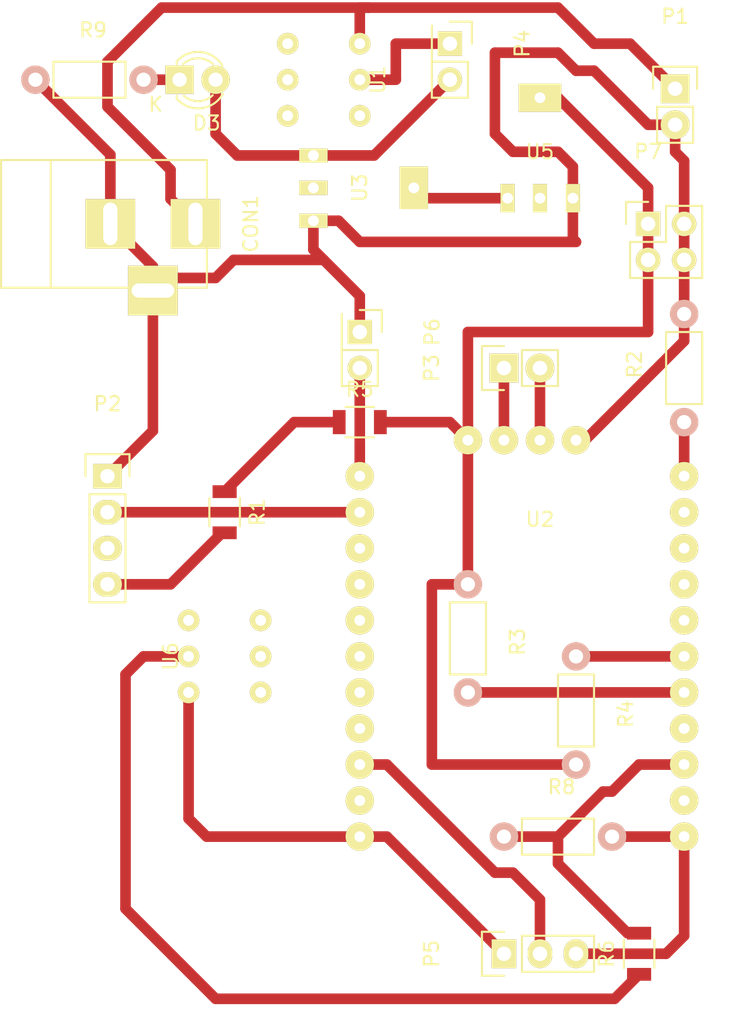
<source format=kicad_pcb>
(kicad_pcb (version 4) (host pcbnew 4.0.4+dfsg1-stable)

  (general
    (links 41)
    (no_connects 0)
    (area 0 0 0 0)
    (thickness 1.6)
    (drawings 0)
    (tracks 115)
    (zones 0)
    (modules 22)
    (nets 44)
  )

  (page A4)
  (layers
    (0 F.Cu signal)
    (31 B.Cu signal)
    (32 B.Adhes user)
    (33 F.Adhes user)
    (34 B.Paste user)
    (35 F.Paste user)
    (36 B.SilkS user)
    (37 F.SilkS user)
    (38 B.Mask user)
    (39 F.Mask user)
    (40 Dwgs.User user)
    (41 Cmts.User user)
    (42 Eco1.User user)
    (43 Eco2.User user)
    (44 Edge.Cuts user)
    (45 Margin user)
    (46 B.CrtYd user)
    (47 F.CrtYd user)
    (48 B.Fab user)
    (49 F.Fab user)
  )

  (setup
    (last_trace_width 0.75)
    (user_trace_width 0.5)
    (trace_clearance 0.2)
    (zone_clearance 0.508)
    (zone_45_only no)
    (trace_min 0.2)
    (segment_width 0.2)
    (edge_width 0.15)
    (via_size 0.6)
    (via_drill 0.4)
    (via_min_size 0.4)
    (via_min_drill 0.3)
    (uvia_size 0.3)
    (uvia_drill 0.1)
    (uvias_allowed no)
    (uvia_min_size 0.2)
    (uvia_min_drill 0.1)
    (pcb_text_width 0.3)
    (pcb_text_size 1.5 1.5)
    (mod_edge_width 0.15)
    (mod_text_size 1 1)
    (mod_text_width 0.15)
    (pad_size 3 2)
    (pad_drill 0.762)
    (pad_to_mask_clearance 0.2)
    (aux_axis_origin 0 0)
    (visible_elements FFFFFF7F)
    (pcbplotparams
      (layerselection 0x00000_00000001)
      (usegerberextensions false)
      (excludeedgelayer true)
      (linewidth 0.100000)
      (plotframeref false)
      (viasonmask false)
      (mode 1)
      (useauxorigin false)
      (hpglpennumber 1)
      (hpglpenspeed 20)
      (hpglpendiameter 15)
      (hpglpenoverlay 2)
      (psnegative false)
      (psa4output false)
      (plotreference true)
      (plotvalue true)
      (plotinvisibletext false)
      (padsonsilk false)
      (subtractmaskfromsilk false)
      (outputformat 1)
      (mirror false)
      (drillshape 0)
      (scaleselection 1)
      (outputdirectory ""))
  )

  (net 0 "")
  (net 1 "Net-(P3-Pad1)")
  (net 2 "Net-(P3-Pad2)")
  (net 3 "Net-(U2-Pad17)")
  (net 4 "Net-(P6-Pad2)")
  (net 5 "Net-(CON1-Pad1)")
  (net 6 "Net-(CON1-Pad2)")
  (net 7 "Net-(U1-Pad4)")
  (net 8 "Net-(U1-Pad5)")
  (net 9 "Net-(U1-Pad6)")
  (net 10 "Net-(U6-Pad3)")
  (net 11 "Net-(U6-Pad4)")
  (net 12 "Net-(U6-Pad5)")
  (net 13 "Net-(U6-Pad6)")
  (net 14 "Net-(D3-Pad2)")
  (net 15 "Net-(D3-Pad1)")
  (net 16 "Net-(U1-Pad3)")
  (net 17 "Net-(P4-Pad1)")
  (net 18 "Net-(U3-Pad2)")
  (net 19 "Net-(P5-Pad2)")
  (net 20 "Net-(R2-Pad1)")
  (net 21 "Net-(R3-Pad2)")
  (net 22 "Net-(R4-Pad1)")
  (net 23 "Net-(U2-Pad8)")
  (net 24 "Net-(U2-Pad9)")
  (net 25 "Net-(U2-Pad12)")
  (net 26 "Net-(U2-Pad19)")
  (net 27 "Net-(U2-Pad22)")
  (net 28 "Net-(U2-Pad25)")
  (net 29 "Net-(P2-Pad2)")
  (net 30 "Net-(P5-Pad1)")
  (net 31 "Net-(P2-Pad4)")
  (net 32 "Net-(U2-Pad7)")
  (net 33 "Net-(U2-Pad10)")
  (net 34 "Net-(U2-Pad11)")
  (net 35 "Net-(U2-Pad23)")
  (net 36 "Net-(U2-Pad24)")
  (net 37 "Net-(P2-Pad3)")
  (net 38 "Net-(P5-Pad3)")
  (net 39 "Net-(U2-Pad14)")
  (net 40 "Net-(P7-Pad1)")
  (net 41 "Net-(R1-Pad1)")
  (net 42 "Net-(R6-Pad1)")
  (net 43 "Net-(R6-Pad2)")

  (net_class Default "This is the default net class."
    (clearance 0.2)
    (trace_width 0.75)
    (via_dia 0.6)
    (via_drill 0.4)
    (uvia_dia 0.3)
    (uvia_drill 0.1)
    (add_net "Net-(CON1-Pad1)")
    (add_net "Net-(CON1-Pad2)")
    (add_net "Net-(D3-Pad1)")
    (add_net "Net-(D3-Pad2)")
    (add_net "Net-(P2-Pad2)")
    (add_net "Net-(P2-Pad3)")
    (add_net "Net-(P2-Pad4)")
    (add_net "Net-(P3-Pad1)")
    (add_net "Net-(P3-Pad2)")
    (add_net "Net-(P4-Pad1)")
    (add_net "Net-(P5-Pad1)")
    (add_net "Net-(P5-Pad2)")
    (add_net "Net-(P5-Pad3)")
    (add_net "Net-(P6-Pad2)")
    (add_net "Net-(P7-Pad1)")
    (add_net "Net-(R1-Pad1)")
    (add_net "Net-(R2-Pad1)")
    (add_net "Net-(R3-Pad2)")
    (add_net "Net-(R4-Pad1)")
    (add_net "Net-(R6-Pad1)")
    (add_net "Net-(R6-Pad2)")
    (add_net "Net-(U1-Pad3)")
    (add_net "Net-(U1-Pad4)")
    (add_net "Net-(U1-Pad5)")
    (add_net "Net-(U1-Pad6)")
    (add_net "Net-(U2-Pad10)")
    (add_net "Net-(U2-Pad11)")
    (add_net "Net-(U2-Pad12)")
    (add_net "Net-(U2-Pad14)")
    (add_net "Net-(U2-Pad17)")
    (add_net "Net-(U2-Pad19)")
    (add_net "Net-(U2-Pad22)")
    (add_net "Net-(U2-Pad23)")
    (add_net "Net-(U2-Pad24)")
    (add_net "Net-(U2-Pad25)")
    (add_net "Net-(U2-Pad7)")
    (add_net "Net-(U2-Pad8)")
    (add_net "Net-(U2-Pad9)")
    (add_net "Net-(U3-Pad2)")
    (add_net "Net-(U6-Pad3)")
    (add_net "Net-(U6-Pad4)")
    (add_net "Net-(U6-Pad5)")
    (add_net "Net-(U6-Pad6)")
  )

  (module bugs:ESP201 (layer F.Cu) (tedit 5727C3F6) (tstamp 5756CA02)
    (at 147.32 104.14)
    (path /571A7E1E)
    (fp_text reference U2 (at 0 0.5) (layer F.SilkS)
      (effects (font (size 1 1) (thickness 0.15)))
    )
    (fp_text value ESP-201 (at 0 -0.5) (layer F.Fab)
      (effects (font (size 1 1) (thickness 0.15)))
    )
    (pad 1 thru_hole circle (at -5.08 -5.08) (size 2 2) (drill 0.762) (layers *.Cu *.Mask F.SilkS)
      (net 40 "Net-(P7-Pad1)"))
    (pad 2 thru_hole circle (at -2.54 -5.08) (size 2 2) (drill 0.762) (layers *.Cu *.Mask F.SilkS)
      (net 1 "Net-(P3-Pad1)"))
    (pad 3 thru_hole circle (at 0 -5.08) (size 2 2) (drill 0.762) (layers *.Cu *.Mask F.SilkS)
      (net 2 "Net-(P3-Pad2)"))
    (pad 4 thru_hole circle (at 2.54 -5.08) (size 2 2) (drill 0.762) (layers *.Cu *.Mask F.SilkS)
      (net 6 "Net-(CON1-Pad2)"))
    (pad 5 thru_hole circle (at -12.7 -2.54) (size 2 2) (drill 0.762) (layers *.Cu *.Mask F.SilkS)
      (net 4 "Net-(P6-Pad2)"))
    (pad 6 thru_hole circle (at -12.7 0) (size 2 2) (drill 0.762) (layers *.Cu *.Mask F.SilkS)
      (net 29 "Net-(P2-Pad2)"))
    (pad 7 thru_hole circle (at -12.7 2.54) (size 2 2) (drill 0.762) (layers *.Cu *.Mask F.SilkS)
      (net 32 "Net-(U2-Pad7)"))
    (pad 8 thru_hole circle (at -12.7 5.08) (size 2 2) (drill 0.762) (layers *.Cu *.Mask F.SilkS)
      (net 23 "Net-(U2-Pad8)"))
    (pad 9 thru_hole circle (at -12.7 7.62) (size 2 2) (drill 0.762) (layers *.Cu *.Mask F.SilkS)
      (net 24 "Net-(U2-Pad9)"))
    (pad 10 thru_hole circle (at -12.7 10.16) (size 2 2) (drill 0.762) (layers *.Cu *.Mask F.SilkS)
      (net 33 "Net-(U2-Pad10)"))
    (pad 11 thru_hole circle (at -12.7 12.7) (size 2 2) (drill 0.762) (layers *.Cu *.Mask F.SilkS)
      (net 34 "Net-(U2-Pad11)"))
    (pad 12 thru_hole circle (at -12.7 15.24) (size 2 2) (drill 0.762) (layers *.Cu *.Mask F.SilkS)
      (net 25 "Net-(U2-Pad12)"))
    (pad 13 thru_hole circle (at -12.7 17.78) (size 2 2) (drill 0.762) (layers *.Cu *.Mask F.SilkS)
      (net 19 "Net-(P5-Pad2)"))
    (pad 14 thru_hole circle (at -12.7 20.32) (size 2 2) (drill 0.762) (layers *.Cu *.Mask F.SilkS)
      (net 39 "Net-(U2-Pad14)"))
    (pad 15 thru_hole circle (at -12.7 22.86) (size 2 2) (drill 0.762) (layers *.Cu *.Mask F.SilkS)
      (net 30 "Net-(P5-Pad1)"))
    (pad 16 thru_hole circle (at 10.16 22.86) (size 2 2) (drill 0.762) (layers *.Cu *.Mask F.SilkS)
      (net 38 "Net-(P5-Pad3)"))
    (pad 17 thru_hole circle (at 10.16 20.32) (size 2 2) (drill 0.762) (layers *.Cu *.Mask F.SilkS)
      (net 3 "Net-(U2-Pad17)"))
    (pad 18 thru_hole circle (at 10.16 17.78) (size 2 2) (drill 0.762) (layers *.Cu *.Mask F.SilkS)
      (net 43 "Net-(R6-Pad2)"))
    (pad 19 thru_hole circle (at 10.16 15.24) (size 2 2) (drill 0.762) (layers *.Cu *.Mask F.SilkS)
      (net 26 "Net-(U2-Pad19)"))
    (pad 20 thru_hole circle (at 10.16 12.7) (size 2 2) (drill 0.762) (layers *.Cu *.Mask F.SilkS)
      (net 21 "Net-(R3-Pad2)"))
    (pad 21 thru_hole circle (at 10.16 10.16) (size 2 2) (drill 0.762) (layers *.Cu *.Mask F.SilkS)
      (net 22 "Net-(R4-Pad1)"))
    (pad 22 thru_hole circle (at 10.16 7.62) (size 2 2) (drill 0.762) (layers *.Cu *.Mask F.SilkS)
      (net 27 "Net-(U2-Pad22)"))
    (pad 23 thru_hole circle (at 10.16 5.08) (size 2 2) (drill 0.762) (layers *.Cu *.Mask F.SilkS)
      (net 35 "Net-(U2-Pad23)"))
    (pad 24 thru_hole circle (at 10.16 2.54) (size 2 2) (drill 0.762) (layers *.Cu *.Mask F.SilkS)
      (net 36 "Net-(U2-Pad24)"))
    (pad 25 thru_hole circle (at 10.16 0) (size 2 2) (drill 0.762) (layers *.Cu *.Mask F.SilkS)
      (net 28 "Net-(U2-Pad25)"))
    (pad 26 thru_hole circle (at 10.16 -2.54) (size 2 2) (drill 0.762) (layers *.Cu *.Mask F.SilkS)
      (net 20 "Net-(R2-Pad1)"))
  )

  (module Pin_Headers:Pin_Header_Straight_1x02 (layer F.Cu) (tedit 54EA090C) (tstamp 5756C98F)
    (at 144.78 93.98 90)
    (descr "Through hole pin header")
    (tags "pin header")
    (path /571A7F86)
    (fp_text reference P3 (at 0 -5.1 90) (layer F.SilkS)
      (effects (font (size 1 1) (thickness 0.15)))
    )
    (fp_text value RX/TX (at 0 -3.1 90) (layer F.Fab)
      (effects (font (size 1 1) (thickness 0.15)))
    )
    (fp_line (start 1.27 1.27) (end 1.27 3.81) (layer F.SilkS) (width 0.15))
    (fp_line (start 1.55 -1.55) (end 1.55 0) (layer F.SilkS) (width 0.15))
    (fp_line (start -1.75 -1.75) (end -1.75 4.3) (layer F.CrtYd) (width 0.05))
    (fp_line (start 1.75 -1.75) (end 1.75 4.3) (layer F.CrtYd) (width 0.05))
    (fp_line (start -1.75 -1.75) (end 1.75 -1.75) (layer F.CrtYd) (width 0.05))
    (fp_line (start -1.75 4.3) (end 1.75 4.3) (layer F.CrtYd) (width 0.05))
    (fp_line (start 1.27 1.27) (end -1.27 1.27) (layer F.SilkS) (width 0.15))
    (fp_line (start -1.55 0) (end -1.55 -1.55) (layer F.SilkS) (width 0.15))
    (fp_line (start -1.55 -1.55) (end 1.55 -1.55) (layer F.SilkS) (width 0.15))
    (fp_line (start -1.27 1.27) (end -1.27 3.81) (layer F.SilkS) (width 0.15))
    (fp_line (start -1.27 3.81) (end 1.27 3.81) (layer F.SilkS) (width 0.15))
    (pad 1 thru_hole rect (at 0 0 90) (size 2.032 2.032) (drill 1.016) (layers *.Cu *.Mask F.SilkS)
      (net 1 "Net-(P3-Pad1)"))
    (pad 2 thru_hole oval (at 0 2.54 90) (size 2.032 2.032) (drill 1.016) (layers *.Cu *.Mask F.SilkS)
      (net 2 "Net-(P3-Pad2)"))
    (model Pin_Headers.3dshapes/Pin_Header_Straight_1x02.wrl
      (at (xyz 0 -0.05 0))
      (scale (xyz 1 1 1))
      (rotate (xyz 0 0 90))
    )
  )

  (module Resistors_ThroughHole:Resistor_Horizontal_RM7mm (layer F.Cu) (tedit 569FCF07) (tstamp 5756C9CB)
    (at 157.48 97.79 90)
    (descr "Resistor, Axial,  RM 7.62mm, 1/3W,")
    (tags "Resistor Axial RM 7.62mm 1/3W R3")
    (path /571A85F0)
    (fp_text reference R2 (at 4.05892 -3.50012 90) (layer F.SilkS)
      (effects (font (size 1 1) (thickness 0.15)))
    )
    (fp_text value 10k (at 3.81 3.81 90) (layer F.Fab)
      (effects (font (size 1 1) (thickness 0.15)))
    )
    (fp_line (start -1.25 -1.5) (end 8.85 -1.5) (layer F.CrtYd) (width 0.05))
    (fp_line (start -1.25 1.5) (end -1.25 -1.5) (layer F.CrtYd) (width 0.05))
    (fp_line (start 8.85 -1.5) (end 8.85 1.5) (layer F.CrtYd) (width 0.05))
    (fp_line (start -1.25 1.5) (end 8.85 1.5) (layer F.CrtYd) (width 0.05))
    (fp_line (start 1.27 -1.27) (end 6.35 -1.27) (layer F.SilkS) (width 0.15))
    (fp_line (start 6.35 -1.27) (end 6.35 1.27) (layer F.SilkS) (width 0.15))
    (fp_line (start 6.35 1.27) (end 1.27 1.27) (layer F.SilkS) (width 0.15))
    (fp_line (start 1.27 1.27) (end 1.27 -1.27) (layer F.SilkS) (width 0.15))
    (pad 1 thru_hole circle (at 0 0 90) (size 1.99898 1.99898) (drill 1.00076) (layers *.Cu *.SilkS *.Mask)
      (net 20 "Net-(R2-Pad1)"))
    (pad 2 thru_hole circle (at 7.62 0 90) (size 1.99898 1.99898) (drill 1.00076) (layers *.Cu *.SilkS *.Mask)
      (net 6 "Net-(CON1-Pad2)"))
  )

  (module Resistors_ThroughHole:Resistor_Horizontal_RM7mm (layer F.Cu) (tedit 569FCF07) (tstamp 5756C9D1)
    (at 142.24 109.22 270)
    (descr "Resistor, Axial,  RM 7.62mm, 1/3W,")
    (tags "Resistor Axial RM 7.62mm 1/3W R3")
    (path /571A8389)
    (fp_text reference R3 (at 4.05892 -3.50012 270) (layer F.SilkS)
      (effects (font (size 1 1) (thickness 0.15)))
    )
    (fp_text value 10k (at 3.81 3.81 270) (layer F.Fab)
      (effects (font (size 1 1) (thickness 0.15)))
    )
    (fp_line (start -1.25 -1.5) (end 8.85 -1.5) (layer F.CrtYd) (width 0.05))
    (fp_line (start -1.25 1.5) (end -1.25 -1.5) (layer F.CrtYd) (width 0.05))
    (fp_line (start 8.85 -1.5) (end 8.85 1.5) (layer F.CrtYd) (width 0.05))
    (fp_line (start -1.25 1.5) (end 8.85 1.5) (layer F.CrtYd) (width 0.05))
    (fp_line (start 1.27 -1.27) (end 6.35 -1.27) (layer F.SilkS) (width 0.15))
    (fp_line (start 6.35 -1.27) (end 6.35 1.27) (layer F.SilkS) (width 0.15))
    (fp_line (start 6.35 1.27) (end 1.27 1.27) (layer F.SilkS) (width 0.15))
    (fp_line (start 1.27 1.27) (end 1.27 -1.27) (layer F.SilkS) (width 0.15))
    (pad 1 thru_hole circle (at 0 0 270) (size 1.99898 1.99898) (drill 1.00076) (layers *.Cu *.SilkS *.Mask)
      (net 40 "Net-(P7-Pad1)"))
    (pad 2 thru_hole circle (at 7.62 0 270) (size 1.99898 1.99898) (drill 1.00076) (layers *.Cu *.SilkS *.Mask)
      (net 21 "Net-(R3-Pad2)"))
  )

  (module Resistors_ThroughHole:Resistor_Horizontal_RM7mm (layer F.Cu) (tedit 569FCF07) (tstamp 5756C9D7)
    (at 149.86 114.3 270)
    (descr "Resistor, Axial,  RM 7.62mm, 1/3W,")
    (tags "Resistor Axial RM 7.62mm 1/3W R3")
    (path /571A84A6)
    (fp_text reference R4 (at 4.05892 -3.50012 270) (layer F.SilkS)
      (effects (font (size 1 1) (thickness 0.15)))
    )
    (fp_text value 10k (at 3.81 3.81 270) (layer F.Fab)
      (effects (font (size 1 1) (thickness 0.15)))
    )
    (fp_line (start -1.25 -1.5) (end 8.85 -1.5) (layer F.CrtYd) (width 0.05))
    (fp_line (start -1.25 1.5) (end -1.25 -1.5) (layer F.CrtYd) (width 0.05))
    (fp_line (start 8.85 -1.5) (end 8.85 1.5) (layer F.CrtYd) (width 0.05))
    (fp_line (start -1.25 1.5) (end 8.85 1.5) (layer F.CrtYd) (width 0.05))
    (fp_line (start 1.27 -1.27) (end 6.35 -1.27) (layer F.SilkS) (width 0.15))
    (fp_line (start 6.35 -1.27) (end 6.35 1.27) (layer F.SilkS) (width 0.15))
    (fp_line (start 6.35 1.27) (end 1.27 1.27) (layer F.SilkS) (width 0.15))
    (fp_line (start 1.27 1.27) (end 1.27 -1.27) (layer F.SilkS) (width 0.15))
    (pad 1 thru_hole circle (at 0 0 270) (size 1.99898 1.99898) (drill 1.00076) (layers *.Cu *.SilkS *.Mask)
      (net 22 "Net-(R4-Pad1)"))
    (pad 2 thru_hole circle (at 7.62 0 270) (size 1.99898 1.99898) (drill 1.00076) (layers *.Cu *.SilkS *.Mask)
      (net 40 "Net-(P7-Pad1)"))
  )

  (module Connect:BARREL_JACK (layer F.Cu) (tedit 0) (tstamp 57DD7822)
    (at 116.84 83.82)
    (descr "DC Barrel Jack")
    (tags "Power Jack")
    (path /57DBCD0F)
    (fp_text reference CON1 (at 10.09904 0 90) (layer F.SilkS)
      (effects (font (size 1 1) (thickness 0.15)))
    )
    (fp_text value BARREL_JACK (at 0 -5.99948) (layer F.Fab)
      (effects (font (size 1 1) (thickness 0.15)))
    )
    (fp_line (start -4.0005 -4.50088) (end -4.0005 4.50088) (layer F.SilkS) (width 0.15))
    (fp_line (start -7.50062 -4.50088) (end -7.50062 4.50088) (layer F.SilkS) (width 0.15))
    (fp_line (start -7.50062 4.50088) (end 7.00024 4.50088) (layer F.SilkS) (width 0.15))
    (fp_line (start 7.00024 4.50088) (end 7.00024 -4.50088) (layer F.SilkS) (width 0.15))
    (fp_line (start 7.00024 -4.50088) (end -7.50062 -4.50088) (layer F.SilkS) (width 0.15))
    (pad 1 thru_hole rect (at 6.20014 0) (size 3.50012 3.50012) (drill oval 1.00076 2.99974) (layers *.Cu *.Mask F.SilkS)
      (net 5 "Net-(CON1-Pad1)"))
    (pad 2 thru_hole rect (at 0.20066 0) (size 3.50012 3.50012) (drill oval 1.00076 2.99974) (layers *.Cu *.Mask F.SilkS)
      (net 6 "Net-(CON1-Pad2)"))
    (pad 3 thru_hole rect (at 3.2004 4.699) (size 3.50012 3.50012) (drill oval 2.99974 1.00076) (layers *.Cu *.Mask F.SilkS)
      (net 6 "Net-(CON1-Pad2)"))
  )

  (module LEDs:LED-3MM (layer F.Cu) (tedit 559B82F6) (tstamp 57DD7833)
    (at 121.92 73.66)
    (descr "LED 3mm round vertical")
    (tags "LED  3mm round vertical")
    (path /57DBD831)
    (fp_text reference D3 (at 1.91 3.06) (layer F.SilkS)
      (effects (font (size 1 1) (thickness 0.15)))
    )
    (fp_text value LED (at 1.3 -2.9) (layer F.Fab)
      (effects (font (size 1 1) (thickness 0.15)))
    )
    (fp_line (start -1.2 2.3) (end 3.8 2.3) (layer F.CrtYd) (width 0.05))
    (fp_line (start 3.8 2.3) (end 3.8 -2.2) (layer F.CrtYd) (width 0.05))
    (fp_line (start 3.8 -2.2) (end -1.2 -2.2) (layer F.CrtYd) (width 0.05))
    (fp_line (start -1.2 -2.2) (end -1.2 2.3) (layer F.CrtYd) (width 0.05))
    (fp_line (start -0.199 1.314) (end -0.199 1.114) (layer F.SilkS) (width 0.15))
    (fp_line (start -0.199 -1.28) (end -0.199 -1.1) (layer F.SilkS) (width 0.15))
    (fp_arc (start 1.301 0.034) (end -0.199 -1.286) (angle 108.5) (layer F.SilkS) (width 0.15))
    (fp_arc (start 1.301 0.034) (end 0.25 -1.1) (angle 85.7) (layer F.SilkS) (width 0.15))
    (fp_arc (start 1.311 0.034) (end 3.051 0.994) (angle 110) (layer F.SilkS) (width 0.15))
    (fp_arc (start 1.301 0.034) (end 2.335 1.094) (angle 87.5) (layer F.SilkS) (width 0.15))
    (fp_text user K (at -1.69 1.74) (layer F.SilkS)
      (effects (font (size 1 1) (thickness 0.15)))
    )
    (pad 1 thru_hole rect (at 0 0 90) (size 2 2) (drill 1.00076) (layers *.Cu *.Mask F.SilkS)
      (net 15 "Net-(D3-Pad1)"))
    (pad 2 thru_hole circle (at 2.54 0) (size 2 2) (drill 1.00076) (layers *.Cu *.Mask F.SilkS)
      (net 14 "Net-(D3-Pad2)"))
    (model LEDs.3dshapes/LED-3MM.wrl
      (at (xyz 0.05 0 0))
      (scale (xyz 1 1 1))
      (rotate (xyz 0 0 90))
    )
  )

  (module Resistors_ThroughHole:Resistor_Horizontal_RM7mm (layer F.Cu) (tedit 569FCF07) (tstamp 57DD788E)
    (at 144.78 127)
    (descr "Resistor, Axial,  RM 7.62mm, 1/3W,")
    (tags "Resistor Axial RM 7.62mm 1/3W R3")
    (path /57DC02FF)
    (fp_text reference R8 (at 4.05892 -3.50012) (layer F.SilkS)
      (effects (font (size 1 1) (thickness 0.15)))
    )
    (fp_text value 10k (at 3.81 3.81) (layer F.Fab)
      (effects (font (size 1 1) (thickness 0.15)))
    )
    (fp_line (start -1.25 -1.5) (end 8.85 -1.5) (layer F.CrtYd) (width 0.05))
    (fp_line (start -1.25 1.5) (end -1.25 -1.5) (layer F.CrtYd) (width 0.05))
    (fp_line (start 8.85 -1.5) (end 8.85 1.5) (layer F.CrtYd) (width 0.05))
    (fp_line (start -1.25 1.5) (end 8.85 1.5) (layer F.CrtYd) (width 0.05))
    (fp_line (start 1.27 -1.27) (end 6.35 -1.27) (layer F.SilkS) (width 0.15))
    (fp_line (start 6.35 -1.27) (end 6.35 1.27) (layer F.SilkS) (width 0.15))
    (fp_line (start 6.35 1.27) (end 1.27 1.27) (layer F.SilkS) (width 0.15))
    (fp_line (start 1.27 1.27) (end 1.27 -1.27) (layer F.SilkS) (width 0.15))
    (pad 1 thru_hole circle (at 0 0) (size 1.99898 1.99898) (drill 1.00076) (layers *.Cu *.SilkS *.Mask)
      (net 43 "Net-(R6-Pad2)"))
    (pad 2 thru_hole circle (at 7.62 0) (size 1.99898 1.99898) (drill 1.00076) (layers *.Cu *.SilkS *.Mask)
      (net 38 "Net-(P5-Pad3)"))
  )

  (module bugs:button (layer F.Cu) (tedit 573994E4) (tstamp 57DD7898)
    (at 132.08 73.66 270)
    (path /57DBCD10)
    (fp_text reference U1 (at 0 -3.81 270) (layer F.SilkS)
      (effects (font (size 1 1) (thickness 0.15)))
    )
    (fp_text value BUTTON (at 0 -0.5 270) (layer F.Fab)
      (effects (font (size 1 1) (thickness 0.15)))
    )
    (pad 1 thru_hole circle (at -2.54 -2.54 270) (size 1.524 1.524) (drill 0.762) (layers *.Cu *.Mask F.SilkS)
      (net 5 "Net-(CON1-Pad1)"))
    (pad 2 thru_hole circle (at 0 -2.54 270) (size 1.524 1.524) (drill 0.762) (layers *.Cu *.Mask F.SilkS)
      (net 17 "Net-(P4-Pad1)"))
    (pad 3 thru_hole circle (at 2.54 -2.54 270) (size 1.524 1.524) (drill 0.762) (layers *.Cu *.Mask F.SilkS)
      (net 16 "Net-(U1-Pad3)"))
    (pad 4 thru_hole circle (at -2.54 2.54 270) (size 1.524 1.524) (drill 0.762) (layers *.Cu *.Mask F.SilkS)
      (net 7 "Net-(U1-Pad4)"))
    (pad 5 thru_hole circle (at 0 2.54 270) (size 1.524 1.524) (drill 0.762) (layers *.Cu *.Mask F.SilkS)
      (net 8 "Net-(U1-Pad5)"))
    (pad 6 thru_hole circle (at 2.54 2.54 270) (size 1.524 1.524) (drill 0.762) (layers *.Cu *.Mask F.SilkS)
      (net 9 "Net-(U1-Pad6)"))
  )

  (module bugs:button (layer F.Cu) (tedit 573994E4) (tstamp 57DD78B2)
    (at 125.095 114.3 90)
    (path /57DBFBDC)
    (fp_text reference U6 (at 0 -3.81 90) (layer F.SilkS)
      (effects (font (size 1 1) (thickness 0.15)))
    )
    (fp_text value button (at 0 -0.5 90) (layer F.Fab)
      (effects (font (size 1 1) (thickness 0.15)))
    )
    (pad 1 thru_hole circle (at -2.54 -2.54 90) (size 1.524 1.524) (drill 0.762) (layers *.Cu *.Mask F.SilkS)
      (net 30 "Net-(P5-Pad1)"))
    (pad 2 thru_hole circle (at 0 -2.54 90) (size 1.524 1.524) (drill 0.762) (layers *.Cu *.Mask F.SilkS)
      (net 42 "Net-(R6-Pad1)"))
    (pad 3 thru_hole circle (at 2.54 -2.54 90) (size 1.524 1.524) (drill 0.762) (layers *.Cu *.Mask F.SilkS)
      (net 10 "Net-(U6-Pad3)"))
    (pad 4 thru_hole circle (at -2.54 2.54 90) (size 1.524 1.524) (drill 0.762) (layers *.Cu *.Mask F.SilkS)
      (net 11 "Net-(U6-Pad4)"))
    (pad 5 thru_hole circle (at 0 2.54 90) (size 1.524 1.524) (drill 0.762) (layers *.Cu *.Mask F.SilkS)
      (net 12 "Net-(U6-Pad5)"))
    (pad 6 thru_hole circle (at 2.54 2.54 90) (size 1.524 1.524) (drill 0.762) (layers *.Cu *.Mask F.SilkS)
      (net 13 "Net-(U6-Pad6)"))
  )

  (module Pin_Headers:Pin_Header_Straight_2x01 (layer F.Cu) (tedit 0) (tstamp 57DD79B1)
    (at 140.97 71.12 270)
    (descr "Through hole pin header")
    (tags "pin header")
    (path /57DBCD11)
    (fp_text reference P4 (at 0 -5.1 270) (layer F.SilkS)
      (effects (font (size 1 1) (thickness 0.15)))
    )
    (fp_text value ON/OFF (at 0 -3.1 270) (layer F.Fab)
      (effects (font (size 1 1) (thickness 0.15)))
    )
    (fp_line (start -1.75 -1.75) (end -1.75 1.75) (layer F.CrtYd) (width 0.05))
    (fp_line (start 4.3 -1.75) (end 4.3 1.75) (layer F.CrtYd) (width 0.05))
    (fp_line (start -1.75 -1.75) (end 4.3 -1.75) (layer F.CrtYd) (width 0.05))
    (fp_line (start -1.75 1.75) (end 4.3 1.75) (layer F.CrtYd) (width 0.05))
    (fp_line (start -1.55 0) (end -1.55 -1.55) (layer F.SilkS) (width 0.15))
    (fp_line (start 0 -1.55) (end -1.55 -1.55) (layer F.SilkS) (width 0.15))
    (fp_line (start -1.27 1.27) (end 1.27 1.27) (layer F.SilkS) (width 0.15))
    (fp_line (start 3.81 -1.27) (end 1.27 -1.27) (layer F.SilkS) (width 0.15))
    (fp_line (start 1.27 -1.27) (end 1.27 1.27) (layer F.SilkS) (width 0.15))
    (fp_line (start 1.27 1.27) (end 3.81 1.27) (layer F.SilkS) (width 0.15))
    (fp_line (start 3.81 1.27) (end 3.81 -1.27) (layer F.SilkS) (width 0.15))
    (pad 1 thru_hole rect (at 0 0 270) (size 1.7272 1.7272) (drill 1.016) (layers *.Cu *.Mask F.SilkS)
      (net 17 "Net-(P4-Pad1)"))
    (pad 2 thru_hole oval (at 2.54 0 270) (size 1.7272 1.7272) (drill 1.016) (layers *.Cu *.Mask F.SilkS)
      (net 14 "Net-(D3-Pad2)"))
    (model Pin_Headers.3dshapes/Pin_Header_Straight_2x01.wrl
      (at (xyz 0.05 0 0))
      (scale (xyz 1 1 1))
      (rotate (xyz 0 0 90))
    )
  )

  (module Resistors_ThroughHole:Resistor_Horizontal_RM7mm (layer F.Cu) (tedit 569FCF07) (tstamp 57DEE388)
    (at 111.76 73.66)
    (descr "Resistor, Axial,  RM 7.62mm, 1/3W,")
    (tags "Resistor Axial RM 7.62mm 1/3W R3")
    (path /57DBF085)
    (fp_text reference R9 (at 4.05892 -3.50012) (layer F.SilkS)
      (effects (font (size 1 1) (thickness 0.15)))
    )
    (fp_text value 1k (at 3.81 3.81) (layer F.Fab)
      (effects (font (size 1 1) (thickness 0.15)))
    )
    (fp_line (start -1.25 -1.5) (end 8.85 -1.5) (layer F.CrtYd) (width 0.05))
    (fp_line (start -1.25 1.5) (end -1.25 -1.5) (layer F.CrtYd) (width 0.05))
    (fp_line (start 8.85 -1.5) (end 8.85 1.5) (layer F.CrtYd) (width 0.05))
    (fp_line (start -1.25 1.5) (end 8.85 1.5) (layer F.CrtYd) (width 0.05))
    (fp_line (start 1.27 -1.27) (end 6.35 -1.27) (layer F.SilkS) (width 0.15))
    (fp_line (start 6.35 -1.27) (end 6.35 1.27) (layer F.SilkS) (width 0.15))
    (fp_line (start 6.35 1.27) (end 1.27 1.27) (layer F.SilkS) (width 0.15))
    (fp_line (start 1.27 1.27) (end 1.27 -1.27) (layer F.SilkS) (width 0.15))
    (pad 1 thru_hole circle (at 0 0) (size 1.99898 1.99898) (drill 1.00076) (layers *.Cu *.SilkS *.Mask)
      (net 6 "Net-(CON1-Pad2)"))
    (pad 2 thru_hole circle (at 7.62 0) (size 1.99898 1.99898) (drill 1.00076) (layers *.Cu *.SilkS *.Mask)
      (net 15 "Net-(D3-Pad1)"))
  )

  (module Pin_Headers:Pin_Header_Straight_2x01 (layer F.Cu) (tedit 0) (tstamp 58007585)
    (at 134.62 91.44 270)
    (descr "Through hole pin header")
    (tags "pin header")
    (path /58008DAF)
    (fp_text reference P6 (at 0 -5.1 270) (layer F.SilkS)
      (effects (font (size 1 1) (thickness 0.15)))
    )
    (fp_text value ON/OFF (at 0 -3.1 270) (layer F.Fab)
      (effects (font (size 1 1) (thickness 0.15)))
    )
    (fp_line (start -1.75 -1.75) (end -1.75 1.75) (layer F.CrtYd) (width 0.05))
    (fp_line (start 4.3 -1.75) (end 4.3 1.75) (layer F.CrtYd) (width 0.05))
    (fp_line (start -1.75 -1.75) (end 4.3 -1.75) (layer F.CrtYd) (width 0.05))
    (fp_line (start -1.75 1.75) (end 4.3 1.75) (layer F.CrtYd) (width 0.05))
    (fp_line (start -1.55 0) (end -1.55 -1.55) (layer F.SilkS) (width 0.15))
    (fp_line (start 0 -1.55) (end -1.55 -1.55) (layer F.SilkS) (width 0.15))
    (fp_line (start -1.27 1.27) (end 1.27 1.27) (layer F.SilkS) (width 0.15))
    (fp_line (start 3.81 -1.27) (end 1.27 -1.27) (layer F.SilkS) (width 0.15))
    (fp_line (start 1.27 -1.27) (end 1.27 1.27) (layer F.SilkS) (width 0.15))
    (fp_line (start 1.27 1.27) (end 3.81 1.27) (layer F.SilkS) (width 0.15))
    (fp_line (start 3.81 1.27) (end 3.81 -1.27) (layer F.SilkS) (width 0.15))
    (pad 1 thru_hole rect (at 0 0 270) (size 1.7272 1.7272) (drill 1.016) (layers *.Cu *.Mask F.SilkS)
      (net 6 "Net-(CON1-Pad2)"))
    (pad 2 thru_hole oval (at 2.54 0 270) (size 1.7272 1.7272) (drill 1.016) (layers *.Cu *.Mask F.SilkS)
      (net 4 "Net-(P6-Pad2)"))
    (model Pin_Headers.3dshapes/Pin_Header_Straight_2x01.wrl
      (at (xyz 0.05 0 0))
      (scale (xyz 1 1 1))
      (rotate (xyz 0 0 90))
    )
  )

  (module Pin_Headers:Pin_Header_Straight_1x03 (layer F.Cu) (tedit 0) (tstamp 581359AB)
    (at 144.78 135.255 90)
    (descr "Through hole pin header")
    (tags "pin header")
    (path /581358F9)
    (fp_text reference P5 (at 0 -5.1 90) (layer F.SilkS)
      (effects (font (size 1 1) (thickness 0.15)))
    )
    (fp_text value CONN_01X03 (at 0 -3.1 90) (layer F.Fab)
      (effects (font (size 1 1) (thickness 0.15)))
    )
    (fp_line (start -1.75 -1.75) (end -1.75 6.85) (layer F.CrtYd) (width 0.05))
    (fp_line (start 1.75 -1.75) (end 1.75 6.85) (layer F.CrtYd) (width 0.05))
    (fp_line (start -1.75 -1.75) (end 1.75 -1.75) (layer F.CrtYd) (width 0.05))
    (fp_line (start -1.75 6.85) (end 1.75 6.85) (layer F.CrtYd) (width 0.05))
    (fp_line (start -1.27 1.27) (end -1.27 6.35) (layer F.SilkS) (width 0.15))
    (fp_line (start -1.27 6.35) (end 1.27 6.35) (layer F.SilkS) (width 0.15))
    (fp_line (start 1.27 6.35) (end 1.27 1.27) (layer F.SilkS) (width 0.15))
    (fp_line (start 1.55 -1.55) (end 1.55 0) (layer F.SilkS) (width 0.15))
    (fp_line (start 1.27 1.27) (end -1.27 1.27) (layer F.SilkS) (width 0.15))
    (fp_line (start -1.55 0) (end -1.55 -1.55) (layer F.SilkS) (width 0.15))
    (fp_line (start -1.55 -1.55) (end 1.55 -1.55) (layer F.SilkS) (width 0.15))
    (pad 1 thru_hole rect (at 0 0 90) (size 2.032 1.7272) (drill 1.016) (layers *.Cu *.Mask F.SilkS)
      (net 30 "Net-(P5-Pad1)"))
    (pad 2 thru_hole oval (at 0 2.54 90) (size 2.032 1.7272) (drill 1.016) (layers *.Cu *.Mask F.SilkS)
      (net 19 "Net-(P5-Pad2)"))
    (pad 3 thru_hole oval (at 0 5.08 90) (size 2.032 1.7272) (drill 1.016) (layers *.Cu *.Mask F.SilkS)
      (net 38 "Net-(P5-Pad3)"))
    (model Pin_Headers.3dshapes/Pin_Header_Straight_1x03.wrl
      (at (xyz 0 -0.1 0))
      (scale (xyz 1 1 1))
      (rotate (xyz 0 0 90))
    )
  )

  (module Pin_Headers:Pin_Header_Straight_2x02 (layer F.Cu) (tedit 0) (tstamp 581359B3)
    (at 154.94 83.82)
    (descr "Through hole pin header")
    (tags "pin header")
    (path /58037E0A)
    (fp_text reference P7 (at 0 -5.1) (layer F.SilkS)
      (effects (font (size 1 1) (thickness 0.15)))
    )
    (fp_text value CONN_02X02 (at 0 -3.1) (layer F.Fab)
      (effects (font (size 1 1) (thickness 0.15)))
    )
    (fp_line (start -1.75 -1.75) (end -1.75 4.3) (layer F.CrtYd) (width 0.05))
    (fp_line (start 4.3 -1.75) (end 4.3 4.3) (layer F.CrtYd) (width 0.05))
    (fp_line (start -1.75 -1.75) (end 4.3 -1.75) (layer F.CrtYd) (width 0.05))
    (fp_line (start -1.75 4.3) (end 4.3 4.3) (layer F.CrtYd) (width 0.05))
    (fp_line (start -1.55 0) (end -1.55 -1.55) (layer F.SilkS) (width 0.15))
    (fp_line (start 0 -1.55) (end -1.55 -1.55) (layer F.SilkS) (width 0.15))
    (fp_line (start -1.27 1.27) (end 1.27 1.27) (layer F.SilkS) (width 0.15))
    (fp_line (start 1.27 1.27) (end 1.27 -1.27) (layer F.SilkS) (width 0.15))
    (fp_line (start 1.27 -1.27) (end 3.81 -1.27) (layer F.SilkS) (width 0.15))
    (fp_line (start 3.81 -1.27) (end 3.81 3.81) (layer F.SilkS) (width 0.15))
    (fp_line (start 3.81 3.81) (end -1.27 3.81) (layer F.SilkS) (width 0.15))
    (fp_line (start -1.27 3.81) (end -1.27 1.27) (layer F.SilkS) (width 0.15))
    (pad 1 thru_hole rect (at 0 0) (size 1.7272 1.7272) (drill 1.016) (layers *.Cu *.Mask F.SilkS)
      (net 40 "Net-(P7-Pad1)"))
    (pad 2 thru_hole oval (at 2.54 0) (size 1.7272 1.7272) (drill 1.016) (layers *.Cu *.Mask F.SilkS)
      (net 6 "Net-(CON1-Pad2)"))
    (pad 3 thru_hole oval (at 0 2.54) (size 1.7272 1.7272) (drill 1.016) (layers *.Cu *.Mask F.SilkS)
      (net 40 "Net-(P7-Pad1)"))
    (pad 4 thru_hole oval (at 2.54 2.54) (size 1.7272 1.7272) (drill 1.016) (layers *.Cu *.Mask F.SilkS)
      (net 6 "Net-(CON1-Pad2)"))
    (model Pin_Headers.3dshapes/Pin_Header_Straight_2x02.wrl
      (at (xyz 0.05 -0.05 0))
      (scale (xyz 1 1 1))
      (rotate (xyz 0 0 90))
    )
  )

  (module Pin_Headers:Pin_Header_Straight_1x02 (layer F.Cu) (tedit 54EA090C) (tstamp 581359D2)
    (at 156.845 74.295)
    (descr "Through hole pin header")
    (tags "pin header")
    (path /57DBE0CA)
    (fp_text reference P1 (at 0 -5.1) (layer F.SilkS)
      (effects (font (size 1 1) (thickness 0.15)))
    )
    (fp_text value CONN_01X02 (at 0 -3.1) (layer F.Fab)
      (effects (font (size 1 1) (thickness 0.15)))
    )
    (fp_line (start 1.27 1.27) (end 1.27 3.81) (layer F.SilkS) (width 0.15))
    (fp_line (start 1.55 -1.55) (end 1.55 0) (layer F.SilkS) (width 0.15))
    (fp_line (start -1.75 -1.75) (end -1.75 4.3) (layer F.CrtYd) (width 0.05))
    (fp_line (start 1.75 -1.75) (end 1.75 4.3) (layer F.CrtYd) (width 0.05))
    (fp_line (start -1.75 -1.75) (end 1.75 -1.75) (layer F.CrtYd) (width 0.05))
    (fp_line (start -1.75 4.3) (end 1.75 4.3) (layer F.CrtYd) (width 0.05))
    (fp_line (start 1.27 1.27) (end -1.27 1.27) (layer F.SilkS) (width 0.15))
    (fp_line (start -1.55 0) (end -1.55 -1.55) (layer F.SilkS) (width 0.15))
    (fp_line (start -1.55 -1.55) (end 1.55 -1.55) (layer F.SilkS) (width 0.15))
    (fp_line (start -1.27 1.27) (end -1.27 3.81) (layer F.SilkS) (width 0.15))
    (fp_line (start -1.27 3.81) (end 1.27 3.81) (layer F.SilkS) (width 0.15))
    (pad 1 thru_hole rect (at 0 0) (size 2.032 2.032) (drill 1.016) (layers *.Cu *.Mask F.SilkS)
      (net 5 "Net-(CON1-Pad1)"))
    (pad 2 thru_hole oval (at 0 2.54) (size 2.032 2.032) (drill 1.016) (layers *.Cu *.Mask F.SilkS)
      (net 6 "Net-(CON1-Pad2)"))
    (model Pin_Headers.3dshapes/Pin_Header_Straight_1x02.wrl
      (at (xyz 0 -0.05 0))
      (scale (xyz 1 1 1))
      (rotate (xyz 0 0 90))
    )
  )

  (module Pin_Headers:Pin_Header_Straight_1x04 (layer F.Cu) (tedit 0) (tstamp 581359DA)
    (at 116.84 101.6)
    (descr "Through hole pin header")
    (tags "pin header")
    (path /581320C0)
    (fp_text reference P2 (at 0 -5.1) (layer F.SilkS)
      (effects (font (size 1 1) (thickness 0.15)))
    )
    (fp_text value CONN_01X04 (at 0 -3.1) (layer F.Fab)
      (effects (font (size 1 1) (thickness 0.15)))
    )
    (fp_line (start -1.75 -1.75) (end -1.75 9.4) (layer F.CrtYd) (width 0.05))
    (fp_line (start 1.75 -1.75) (end 1.75 9.4) (layer F.CrtYd) (width 0.05))
    (fp_line (start -1.75 -1.75) (end 1.75 -1.75) (layer F.CrtYd) (width 0.05))
    (fp_line (start -1.75 9.4) (end 1.75 9.4) (layer F.CrtYd) (width 0.05))
    (fp_line (start -1.27 1.27) (end -1.27 8.89) (layer F.SilkS) (width 0.15))
    (fp_line (start 1.27 1.27) (end 1.27 8.89) (layer F.SilkS) (width 0.15))
    (fp_line (start 1.55 -1.55) (end 1.55 0) (layer F.SilkS) (width 0.15))
    (fp_line (start -1.27 8.89) (end 1.27 8.89) (layer F.SilkS) (width 0.15))
    (fp_line (start 1.27 1.27) (end -1.27 1.27) (layer F.SilkS) (width 0.15))
    (fp_line (start -1.55 0) (end -1.55 -1.55) (layer F.SilkS) (width 0.15))
    (fp_line (start -1.55 -1.55) (end 1.55 -1.55) (layer F.SilkS) (width 0.15))
    (pad 1 thru_hole rect (at 0 0) (size 2.032 1.7272) (drill 1.016) (layers *.Cu *.Mask F.SilkS)
      (net 6 "Net-(CON1-Pad2)"))
    (pad 2 thru_hole oval (at 0 2.54) (size 2.032 1.7272) (drill 1.016) (layers *.Cu *.Mask F.SilkS)
      (net 29 "Net-(P2-Pad2)"))
    (pad 3 thru_hole oval (at 0 5.08) (size 2.032 1.7272) (drill 1.016) (layers *.Cu *.Mask F.SilkS)
      (net 37 "Net-(P2-Pad3)"))
    (pad 4 thru_hole oval (at 0 7.62) (size 2.032 1.7272) (drill 1.016) (layers *.Cu *.Mask F.SilkS)
      (net 31 "Net-(P2-Pad4)"))
    (model Pin_Headers.3dshapes/Pin_Header_Straight_1x04.wrl
      (at (xyz 0 -0.15 0))
      (scale (xyz 1 1 1))
      (rotate (xyz 0 0 90))
    )
  )

  (module bugs:SMD-stab (layer F.Cu) (tedit 57E6C996) (tstamp 58135A54)
    (at 134.62 81.28 270)
    (path /57DBCD28)
    (fp_text reference U3 (at 0 0 270) (layer F.SilkS)
      (effects (font (size 1 1) (thickness 0.15)))
    )
    (fp_text value AP1117-5 (at 0 -5.58 270) (layer F.Fab)
      (effects (font (size 1 1) (thickness 0.15)))
    )
    (pad 1 thru_hole rect (at 2.32 3.27 270) (size 1 2) (drill 0.762) (layers *.Cu *.Mask F.SilkS)
      (net 6 "Net-(CON1-Pad2)"))
    (pad 0 thru_hole rect (at 0 3.27 270) (size 1 2) (drill 0.762) (layers *.Cu *.Mask F.SilkS))
    (pad 2 thru_hole rect (at 0 -3.81 270) (size 3 2) (drill 0.762) (layers *.Cu *.Mask F.SilkS)
      (net 18 "Net-(U3-Pad2)"))
    (pad 3 thru_hole rect (at -2.28 3.27 270) (size 1 2) (drill 0.762) (layers *.Cu *.Mask F.SilkS)
      (net 14 "Net-(D3-Pad2)"))
  )

  (module bugs:SMD-stab (layer F.Cu) (tedit 57E6C996) (tstamp 58135A5C)
    (at 147.32 78.74)
    (path /57DBCD29)
    (fp_text reference U5 (at 0 0) (layer F.SilkS)
      (effects (font (size 1 1) (thickness 0.15)))
    )
    (fp_text value AP1117-3 (at 0 -5.58) (layer F.Fab)
      (effects (font (size 1 1) (thickness 0.15)))
    )
    (pad 1 thru_hole rect (at 2.32 3.27) (size 1 2) (drill 0.762) (layers *.Cu *.Mask F.SilkS)
      (net 6 "Net-(CON1-Pad2)"))
    (pad 0 thru_hole rect (at 0 3.27) (size 1 2) (drill 0.762) (layers *.Cu *.Mask F.SilkS))
    (pad 2 thru_hole rect (at 0 -3.81) (size 3 2) (drill 0.762) (layers *.Cu *.Mask F.SilkS)
      (net 40 "Net-(P7-Pad1)"))
    (pad 3 thru_hole rect (at -2.28 3.27) (size 1 2) (drill 0.762) (layers *.Cu *.Mask F.SilkS)
      (net 18 "Net-(U3-Pad2)"))
  )

  (module Resistors_SMD:R_1206 (layer F.Cu) (tedit 5415CFA7) (tstamp 58135EF0)
    (at 125.095 104.14 270)
    (descr "Resistor SMD 1206, reflow soldering, Vishay (see dcrcw.pdf)")
    (tags "resistor 1206")
    (path /581362B8)
    (attr smd)
    (fp_text reference R1 (at 0 -2.3 270) (layer F.SilkS)
      (effects (font (size 1 1) (thickness 0.15)))
    )
    (fp_text value R (at 0 2.3 270) (layer F.Fab)
      (effects (font (size 1 1) (thickness 0.15)))
    )
    (fp_line (start -2.2 -1.2) (end 2.2 -1.2) (layer F.CrtYd) (width 0.05))
    (fp_line (start -2.2 1.2) (end 2.2 1.2) (layer F.CrtYd) (width 0.05))
    (fp_line (start -2.2 -1.2) (end -2.2 1.2) (layer F.CrtYd) (width 0.05))
    (fp_line (start 2.2 -1.2) (end 2.2 1.2) (layer F.CrtYd) (width 0.05))
    (fp_line (start 1 1.075) (end -1 1.075) (layer F.SilkS) (width 0.15))
    (fp_line (start -1 -1.075) (end 1 -1.075) (layer F.SilkS) (width 0.15))
    (pad 1 smd rect (at -1.45 0 270) (size 0.9 1.7) (layers F.Cu F.Paste F.Mask)
      (net 41 "Net-(R1-Pad1)"))
    (pad 2 smd rect (at 1.45 0 270) (size 0.9 1.7) (layers F.Cu F.Paste F.Mask)
      (net 31 "Net-(P2-Pad4)"))
    (model Resistors_SMD.3dshapes/R_1206.wrl
      (at (xyz 0 0 0))
      (scale (xyz 1 1 1))
      (rotate (xyz 0 0 0))
    )
  )

  (module Resistors_SMD:R_1206 (layer F.Cu) (tedit 5415CFA7) (tstamp 58135EF6)
    (at 134.62 97.79)
    (descr "Resistor SMD 1206, reflow soldering, Vishay (see dcrcw.pdf)")
    (tags "resistor 1206")
    (path /581363B1)
    (attr smd)
    (fp_text reference R5 (at 0 -2.3) (layer F.SilkS)
      (effects (font (size 1 1) (thickness 0.15)))
    )
    (fp_text value R (at 0 2.3) (layer F.Fab)
      (effects (font (size 1 1) (thickness 0.15)))
    )
    (fp_line (start -2.2 -1.2) (end 2.2 -1.2) (layer F.CrtYd) (width 0.05))
    (fp_line (start -2.2 1.2) (end 2.2 1.2) (layer F.CrtYd) (width 0.05))
    (fp_line (start -2.2 -1.2) (end -2.2 1.2) (layer F.CrtYd) (width 0.05))
    (fp_line (start 2.2 -1.2) (end 2.2 1.2) (layer F.CrtYd) (width 0.05))
    (fp_line (start 1 1.075) (end -1 1.075) (layer F.SilkS) (width 0.15))
    (fp_line (start -1 -1.075) (end 1 -1.075) (layer F.SilkS) (width 0.15))
    (pad 1 smd rect (at -1.45 0) (size 0.9 1.7) (layers F.Cu F.Paste F.Mask)
      (net 41 "Net-(R1-Pad1)"))
    (pad 2 smd rect (at 1.45 0) (size 0.9 1.7) (layers F.Cu F.Paste F.Mask)
      (net 40 "Net-(P7-Pad1)"))
    (model Resistors_SMD.3dshapes/R_1206.wrl
      (at (xyz 0 0 0))
      (scale (xyz 1 1 1))
      (rotate (xyz 0 0 0))
    )
  )

  (module Resistors_SMD:R_1206 (layer F.Cu) (tedit 5415CFA7) (tstamp 58135EFC)
    (at 154.305 135.255 90)
    (descr "Resistor SMD 1206, reflow soldering, Vishay (see dcrcw.pdf)")
    (tags "resistor 1206")
    (path /5813684C)
    (attr smd)
    (fp_text reference R6 (at 0 -2.3 90) (layer F.SilkS)
      (effects (font (size 1 1) (thickness 0.15)))
    )
    (fp_text value R (at 0 2.3 90) (layer F.Fab)
      (effects (font (size 1 1) (thickness 0.15)))
    )
    (fp_line (start -2.2 -1.2) (end 2.2 -1.2) (layer F.CrtYd) (width 0.05))
    (fp_line (start -2.2 1.2) (end 2.2 1.2) (layer F.CrtYd) (width 0.05))
    (fp_line (start -2.2 -1.2) (end -2.2 1.2) (layer F.CrtYd) (width 0.05))
    (fp_line (start 2.2 -1.2) (end 2.2 1.2) (layer F.CrtYd) (width 0.05))
    (fp_line (start 1 1.075) (end -1 1.075) (layer F.SilkS) (width 0.15))
    (fp_line (start -1 -1.075) (end 1 -1.075) (layer F.SilkS) (width 0.15))
    (pad 1 smd rect (at -1.45 0 90) (size 0.9 1.7) (layers F.Cu F.Paste F.Mask)
      (net 42 "Net-(R6-Pad1)"))
    (pad 2 smd rect (at 1.45 0 90) (size 0.9 1.7) (layers F.Cu F.Paste F.Mask)
      (net 43 "Net-(R6-Pad2)"))
    (model Resistors_SMD.3dshapes/R_1206.wrl
      (at (xyz 0 0 0))
      (scale (xyz 1 1 1))
      (rotate (xyz 0 0 0))
    )
  )

  (segment (start 144.78 99.06) (end 144.78 93.98) (width 0.75) (layer F.Cu) (net 1))
  (segment (start 147.32 93.98) (end 147.32 99.06) (width 0.75) (layer F.Cu) (net 2))
  (segment (start 134.62 101.6) (end 134.62 93.98) (width 0.75) (layer F.Cu) (net 4))
  (segment (start 135.255 68.58) (end 120.65 68.58) (width 0.75) (layer F.Cu) (net 5))
  (segment (start 121.285 82.06486) (end 123.04014 83.82) (width 0.75) (layer F.Cu) (net 5) (tstamp 58135FEF) (status 800000))
  (segment (start 121.285 80.01) (end 121.285 82.06486) (width 0.75) (layer F.Cu) (net 5) (tstamp 58135FEE))
  (segment (start 116.84 75.565) (end 121.285 80.01) (width 0.75) (layer F.Cu) (net 5) (tstamp 58135FED))
  (segment (start 116.84 72.39) (end 116.84 75.565) (width 0.75) (layer F.Cu) (net 5) (tstamp 58135FEC))
  (segment (start 120.65 68.58) (end 116.84 72.39) (width 0.75) (layer F.Cu) (net 5) (tstamp 58135FEB))
  (segment (start 134.62 68.58) (end 135.255 68.58) (width 0.75) (layer F.Cu) (net 5))
  (segment (start 135.255 68.58) (end 148.59 68.58) (width 0.75) (layer F.Cu) (net 5) (tstamp 58135FE9))
  (segment (start 148.59 68.58) (end 151.13 71.12) (width 0.75) (layer F.Cu) (net 5) (tstamp 57E6CF7E))
  (segment (start 151.13 71.12) (end 153.67 71.12) (width 0.75) (layer F.Cu) (net 5) (tstamp 57E6CF7F))
  (segment (start 153.67 71.12) (end 156.845 74.295) (width 0.75) (layer F.Cu) (net 5) (tstamp 57E6CF80))
  (segment (start 134.62 71.12) (end 134.62 68.58) (width 0.75) (layer F.Cu) (net 5))
  (segment (start 121.92 82.69986) (end 123.04014 83.82) (width 0.75) (layer F.Cu) (net 5) (tstamp 57E6C84F) (status 30))
  (segment (start 149.86 99.06) (end 150.495 99.06) (width 0.75) (layer F.Cu) (net 6))
  (segment (start 150.495 99.06) (end 157.48 92.075) (width 0.75) (layer F.Cu) (net 6) (tstamp 58135CE9))
  (segment (start 157.48 92.075) (end 157.48 90.17) (width 0.75) (layer F.Cu) (net 6) (tstamp 58135CEA))
  (segment (start 157.48 86.36) (end 157.48 90.17) (width 0.75) (layer F.Cu) (net 6))
  (segment (start 120.0404 88.519) (end 120.0404 98.3996) (width 0.75) (layer F.Cu) (net 6))
  (segment (start 120.0404 98.3996) (end 116.84 101.6) (width 0.75) (layer F.Cu) (net 6) (tstamp 58135C81))
  (segment (start 134.62 91.44) (end 134.62 88.9) (width 0.75) (layer F.Cu) (net 6))
  (segment (start 134.62 88.9) (end 132.08 86.36) (width 0.75) (layer F.Cu) (net 6) (tstamp 58007647))
  (segment (start 149.64 82.01) (end 149.64 79.79) (width 0.75) (layer F.Cu) (net 6))
  (segment (start 154.94 76.835) (end 156.845 76.835) (width 0.75) (layer F.Cu) (net 6) (tstamp 57E6CF90))
  (segment (start 151.13 73.025) (end 154.94 76.835) (width 0.75) (layer F.Cu) (net 6) (tstamp 57E6CF8F))
  (segment (start 149.86 73.025) (end 151.13 73.025) (width 0.75) (layer F.Cu) (net 6) (tstamp 57E6CF8E))
  (segment (start 148.59 71.755) (end 149.86 73.025) (width 0.75) (layer F.Cu) (net 6) (tstamp 57E6CF8D))
  (segment (start 144.145 71.755) (end 148.59 71.755) (width 0.75) (layer F.Cu) (net 6) (tstamp 57E6CF8C))
  (segment (start 144.145 77.47) (end 144.145 71.755) (width 0.75) (layer F.Cu) (net 6) (tstamp 57E6CF8B))
  (segment (start 145.415 78.74) (end 144.145 77.47) (width 0.75) (layer F.Cu) (net 6) (tstamp 57E6CF8A))
  (segment (start 148.59 78.74) (end 145.415 78.74) (width 0.75) (layer F.Cu) (net 6) (tstamp 57E6CF89))
  (segment (start 149.64 79.79) (end 148.59 78.74) (width 0.75) (layer F.Cu) (net 6) (tstamp 57E6CF88))
  (segment (start 156.845 76.835) (end 156.845 78.74) (width 0.75) (layer F.Cu) (net 6))
  (segment (start 156.845 78.74) (end 157.48 79.375) (width 0.75) (layer F.Cu) (net 6) (tstamp 57E6CF83))
  (segment (start 131.35 83.6) (end 133.13 83.6) (width 0.75) (layer F.Cu) (net 6))
  (segment (start 149.64 84.87) (end 149.64 82.01) (width 0.75) (layer F.Cu) (net 6) (tstamp 57E6CF5C))
  (segment (start 149.86 85.09) (end 149.64 84.87) (width 0.75) (layer F.Cu) (net 6) (tstamp 57E6CF5B))
  (segment (start 134.62 85.09) (end 149.86 85.09) (width 0.75) (layer F.Cu) (net 6) (tstamp 57E6CF5A))
  (segment (start 133.13 83.6) (end 134.62 85.09) (width 0.75) (layer F.Cu) (net 6) (tstamp 57E6CF59))
  (segment (start 131.35 83.6) (end 131.35 85.63) (width 0.75) (layer F.Cu) (net 6))
  (segment (start 131.35 85.63) (end 132.08 86.36) (width 0.75) (layer F.Cu) (net 6) (tstamp 57E6CF16))
  (segment (start 124.46 87.63) (end 120.9294 87.63) (width 0.75) (layer F.Cu) (net 6) (tstamp 57E6CF12))
  (segment (start 125.73 86.36) (end 124.46 87.63) (width 0.75) (layer F.Cu) (net 6) (tstamp 57E6CF11))
  (segment (start 132.08 86.36) (end 125.73 86.36) (width 0.75) (layer F.Cu) (net 6) (tstamp 57E6CF10))
  (segment (start 120.9294 87.63) (end 120.0404 88.519) (width 0.75) (layer F.Cu) (net 6) (tstamp 57E6CF13))
  (segment (start 117.04066 83.82) (end 117.04066 78.94066) (width 0.75) (layer F.Cu) (net 6))
  (segment (start 117.04066 78.94066) (end 111.76 73.66) (width 0.75) (layer F.Cu) (net 6) (tstamp 57E6CEF7))
  (segment (start 120.0404 88.519) (end 120.0404 86.81974) (width 0.75) (layer F.Cu) (net 6))
  (segment (start 120.0404 86.81974) (end 117.04066 83.82) (width 0.75) (layer F.Cu) (net 6) (tstamp 57E6CEF4))
  (segment (start 157.48 79.375) (end 157.48 83.82) (width 0.75) (layer F.Cu) (net 6) (tstamp 57E6CF84))
  (segment (start 157.48 83.82) (end 157.48 86.36) (width 0.75) (layer F.Cu) (net 6))
  (segment (start 131.35 79) (end 135.63 79) (width 0.75) (layer F.Cu) (net 14))
  (segment (start 135.63 79) (end 140.97 73.66) (width 0.75) (layer F.Cu) (net 14) (tstamp 57E6CF3F))
  (segment (start 124.46 73.66) (end 124.46 77.47) (width 0.75) (layer F.Cu) (net 14))
  (segment (start 125.99 79) (end 131.35 79) (width 0.75) (layer F.Cu) (net 14) (tstamp 57E6CF1B))
  (segment (start 124.46 77.47) (end 125.99 79) (width 0.75) (layer F.Cu) (net 14) (tstamp 57E6CF1A))
  (segment (start 119.38 73.66) (end 121.92 73.66) (width 0.75) (layer F.Cu) (net 15))
  (segment (start 140.97 71.12) (end 137.16 71.12) (width 0.75) (layer F.Cu) (net 17))
  (segment (start 137.16 73.66) (end 134.62 73.66) (width 0.75) (layer F.Cu) (net 17) (tstamp 57E6CF43))
  (segment (start 137.16 71.12) (end 137.16 73.66) (width 0.75) (layer F.Cu) (net 17) (tstamp 57E6CF42))
  (segment (start 145.04 82.01) (end 139.16 82.01) (width 0.75) (layer F.Cu) (net 18))
  (segment (start 139.16 82.01) (end 138.43 81.28) (width 0.75) (layer F.Cu) (net 18) (tstamp 57E6CF56))
  (segment (start 147.32 135.255) (end 147.32 131.445) (width 0.75) (layer F.Cu) (net 19))
  (segment (start 136.525 121.92) (end 134.62 121.92) (width 0.75) (layer F.Cu) (net 19) (tstamp 58135D0E))
  (segment (start 144.145 129.54) (end 136.525 121.92) (width 0.75) (layer F.Cu) (net 19) (tstamp 58135D0D))
  (segment (start 145.415 129.54) (end 144.145 129.54) (width 0.75) (layer F.Cu) (net 19) (tstamp 58135D0C))
  (segment (start 147.32 131.445) (end 145.415 129.54) (width 0.75) (layer F.Cu) (net 19) (tstamp 58135D0B))
  (segment (start 157.48 97.79) (end 157.48 101.6) (width 0.75) (layer F.Cu) (net 20))
  (segment (start 157.48 116.84) (end 142.24 116.84) (width 0.75) (layer F.Cu) (net 21))
  (segment (start 149.86 114.3) (end 157.48 114.3) (width 0.75) (layer F.Cu) (net 22))
  (segment (start 116.84 104.14) (end 134.62 104.14) (width 0.75) (layer F.Cu) (net 29))
  (segment (start 134.62 127) (end 136.525 127) (width 0.75) (layer F.Cu) (net 30))
  (segment (start 136.525 127) (end 144.78 135.255) (width 0.75) (layer F.Cu) (net 30) (tstamp 58135D43))
  (segment (start 122.555 116.84) (end 122.555 125.73) (width 0.75) (layer F.Cu) (net 30))
  (segment (start 123.825 127) (end 134.62 127) (width 0.75) (layer F.Cu) (net 30) (tstamp 58135CF3))
  (segment (start 122.555 125.73) (end 123.825 127) (width 0.75) (layer F.Cu) (net 30) (tstamp 58135CF2))
  (segment (start 125.095 105.59) (end 124.915 105.59) (width 0.75) (layer F.Cu) (net 31))
  (segment (start 124.915 105.59) (end 121.285 109.22) (width 0.75) (layer F.Cu) (net 31) (tstamp 58135F22))
  (segment (start 121.285 109.22) (end 116.84 109.22) (width 0.75) (layer F.Cu) (net 31) (tstamp 58135F23))
  (segment (start 157.48 127) (end 157.48 133.985) (width 0.75) (layer F.Cu) (net 38))
  (segment (start 156.21 135.255) (end 149.86 135.255) (width 0.75) (layer F.Cu) (net 38) (tstamp 58135E7F))
  (segment (start 157.48 133.985) (end 156.21 135.255) (width 0.75) (layer F.Cu) (net 38) (tstamp 58135E7E))
  (segment (start 152.4 127) (end 157.48 127) (width 0.75) (layer F.Cu) (net 38))
  (segment (start 136.07 97.79) (end 140.97 97.79) (width 0.75) (layer F.Cu) (net 40))
  (segment (start 140.97 97.79) (end 142.24 99.06) (width 0.75) (layer F.Cu) (net 40) (tstamp 58135F1B))
  (segment (start 154.94 81.28) (end 154.94 83.82) (width 0.75) (layer F.Cu) (net 40) (tstamp 57E6CF50))
  (segment (start 154.94 83.82) (end 154.94 86.36) (width 0.75) (layer F.Cu) (net 40))
  (segment (start 154.94 88.9) (end 154.94 91.44) (width 0.75) (layer F.Cu) (net 40))
  (segment (start 154.94 86.36) (end 154.94 88.9) (width 0.75) (layer F.Cu) (net 40))
  (segment (start 142.24 91.44) (end 154.94 91.44) (width 0.75) (layer F.Cu) (net 40) (tstamp 57DEE4F1))
  (segment (start 147.32 74.93) (end 148.59 74.93) (width 0.75) (layer F.Cu) (net 40))
  (segment (start 148.59 74.93) (end 154.94 81.28) (width 0.75) (layer F.Cu) (net 40) (tstamp 57E6CF4F))
  (segment (start 142.24 99.06) (end 142.24 91.44) (width 0.75) (layer F.Cu) (net 40))
  (segment (start 142.24 109.22) (end 142.24 99.06) (width 0.75) (layer F.Cu) (net 40))
  (segment (start 149.86 121.92) (end 139.7 121.92) (width 0.75) (layer F.Cu) (net 40))
  (segment (start 139.7 109.22) (end 142.24 109.22) (width 0.75) (layer F.Cu) (net 40) (tstamp 5756CC5D))
  (segment (start 139.7 121.92) (end 139.7 109.22) (width 0.75) (layer F.Cu) (net 40) (tstamp 5756CC5C))
  (segment (start 133.17 97.79) (end 129.995 97.79) (width 0.75) (layer F.Cu) (net 41))
  (segment (start 129.995 97.79) (end 125.095 102.69) (width 0.75) (layer F.Cu) (net 41) (tstamp 58135FBA))
  (segment (start 122.555 114.3) (end 119.38 114.3) (width 0.75) (layer F.Cu) (net 42))
  (segment (start 152.58 138.43) (end 154.305 136.705) (width 0.75) (layer F.Cu) (net 42) (tstamp 58135F2D))
  (segment (start 124.46 138.43) (end 152.58 138.43) (width 0.75) (layer F.Cu) (net 42) (tstamp 58135F2B))
  (segment (start 118.11 132.08) (end 124.46 138.43) (width 0.75) (layer F.Cu) (net 42) (tstamp 58135F29))
  (segment (start 118.11 115.57) (end 118.11 132.08) (width 0.75) (layer F.Cu) (net 42) (tstamp 58135F28))
  (segment (start 119.38 114.3) (end 118.11 115.57) (width 0.75) (layer F.Cu) (net 42) (tstamp 58135F27))
  (segment (start 148.59 127) (end 148.59 128.905) (width 0.75) (layer F.Cu) (net 43))
  (segment (start 148.59 128.905) (end 153.49 133.805) (width 0.75) (layer F.Cu) (net 43) (tstamp 58135FB1))
  (segment (start 153.49 133.805) (end 154.305 133.805) (width 0.75) (layer F.Cu) (net 43) (tstamp 58135FB2))
  (segment (start 157.48 121.92) (end 154.305 121.92) (width 0.75) (layer F.Cu) (net 43))
  (segment (start 148.59 127) (end 144.78 127) (width 0.75) (layer F.Cu) (net 43) (tstamp 58135FAC))
  (segment (start 151.765 123.825) (end 148.59 127) (width 0.75) (layer F.Cu) (net 43) (tstamp 58135FAB))
  (segment (start 152.4 123.825) (end 151.765 123.825) (width 0.75) (layer F.Cu) (net 43) (tstamp 58135FAA))
  (segment (start 154.305 121.92) (end 152.4 123.825) (width 0.75) (layer F.Cu) (net 43) (tstamp 58135FA9))

)

</source>
